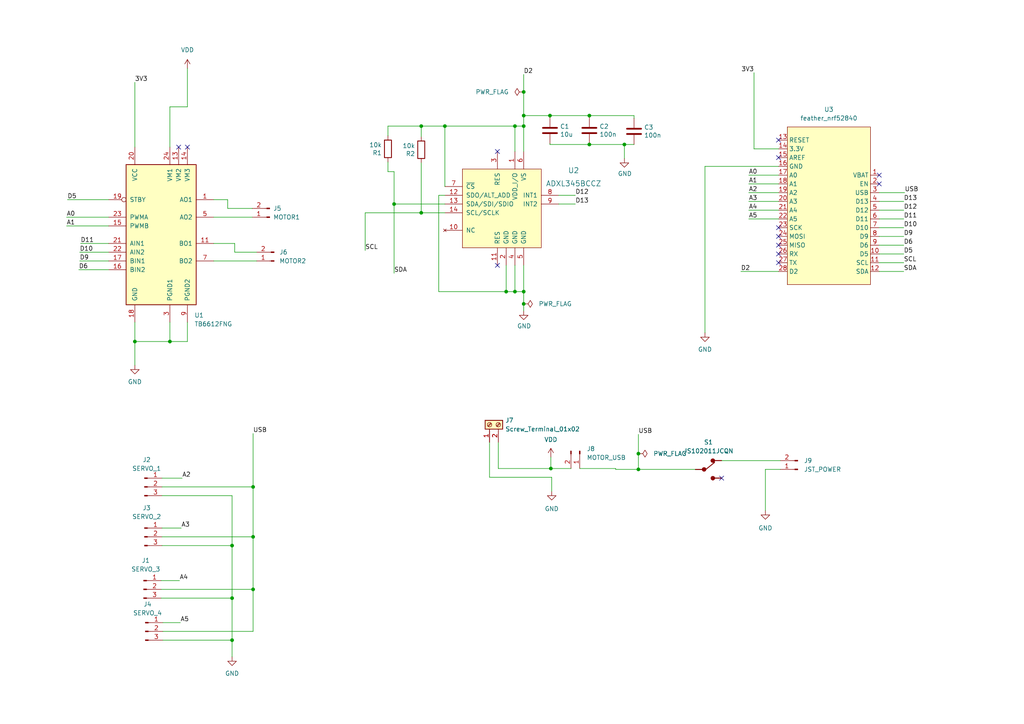
<source format=kicad_sch>
(kicad_sch (version 20211123) (generator eeschema)
  (paper "A4")
  (title_block (title "Legofruit") (date "2022-05-07") (rev "v1.0") (comment 1 "Ulf Lilleengen"))
  (lib_symbols
    (symbol "Connector:Conn_01x02_Male" (pin_names (offset 1.016) hide)
      (property "Reference" "J" (at 0 2.54 0))
      (property "Value" "Conn_01x02_Male" (at 0 -5.08 0))
      (symbol "Conn_01x02_Male_1_1"
        (polyline (pts (xy 1.27 -2.54) (xy 0.8636 -2.54)) (stroke (width 0.1524)))
        (polyline (pts (xy 1.27 0) (xy 0.8636 0)) (stroke (width 0.1524)))
        (rectangle (start 0.8636 -2.413) (end 0 -2.667) (stroke (width 0.1524)) (fill (type outline)))
        (rectangle (start 0.8636 0.127) (end 0 -0.127) (stroke (width 0.1524)) (fill (type outline)))
        (pin passive line (at 5.08 0 180) (length 3.81) (name "Pin_1") (number "1"))
        (pin passive line (at 5.08 -2.54 180) (length 3.81) (name "Pin_2") (number "2"))
      )
    )
    (symbol "Connector:Conn_01x03_Male" (pin_names (offset 1.016) hide)
      (property "Reference" "J" (at 0 5.08 0))
      (property "Value" "Conn_01x03_Male" (at 0 -5.08 0))
      (symbol "Conn_01x03_Male_1_1"
        (polyline (pts (xy 1.27 -2.54) (xy 0.8636 -2.54)) (stroke (width 0.1524)))
        (polyline (pts (xy 1.27 0) (xy 0.8636 0)) (stroke (width 0.1524)))
        (polyline (pts (xy 1.27 2.54) (xy 0.8636 2.54)) (stroke (width 0.1524)))
        (rectangle (start 0.8636 -2.413) (end 0 -2.667) (stroke (width 0.1524)) (fill (type outline)))
        (rectangle (start 0.8636 0.127) (end 0 -0.127) (stroke (width 0.1524)) (fill (type outline)))
        (rectangle (start 0.8636 2.667) (end 0 2.413) (stroke (width 0.1524)) (fill (type outline)))
        (pin passive line (at 5.08 2.54 180) (length 3.81) (name "Pin_1") (number "1"))
        (pin passive line (at 5.08 0 180) (length 3.81) (name "Pin_2") (number "2"))
        (pin passive line (at 5.08 -2.54 180) (length 3.81) (name "Pin_3") (number "3"))
      )
    )
    (symbol "Connector:Screw_Terminal_01x02" (pin_names (offset 1.016) hide)
      (property "Reference" "J" (at 0 2.54 0))
      (property "Value" "Screw_Terminal_01x02" (at 0 -5.08 0))
      (symbol "Screw_Terminal_01x02_1_1"
        (rectangle (start -1.27 1.27) (end 1.27 -3.81) (stroke (width 0.254)) (fill (type background)))
        (circle (center 0 -2.54) (radius 0.635) (stroke (width 0.1524)))
        (polyline (pts (xy -0.5334 -2.2098) (xy 0.3302 -3.048)) (stroke (width 0.1524)))
        (polyline (pts (xy -0.5334 0.3302) (xy 0.3302 -0.508)) (stroke (width 0.1524)))
        (polyline (pts (xy -0.3556 -2.032) (xy 0.508 -2.8702)) (stroke (width 0.1524)))
        (polyline (pts (xy -0.3556 0.508) (xy 0.508 -0.3302)) (stroke (width 0.1524)))
        (circle (center 0 0) (radius 0.635) (stroke (width 0.1524)))
        (pin passive line (at -5.08 0 0) (length 3.81) (name "Pin_1") (number "1"))
        (pin passive line (at -5.08 -2.54 0) (length 3.81) (name "Pin_2") (number "2"))
      )
    )
    (symbol "Device:C" (pin_numbers hide) (pin_names (offset 0.254))
      (property "Reference" "C" (at 0.635 2.54 0))
      (property "Value" "C" (at 0.635 -2.54 0))
      (symbol "C_0_1"
        (polyline (pts (xy -2.032 -0.762) (xy 2.032 -0.762)) (stroke (width 0.508)))
        (polyline (pts (xy -2.032 0.762) (xy 2.032 0.762)) (stroke (width 0.508)))
      )
      (symbol "C_1_1"
        (pin passive line (at 0 3.81 270) (length 2.794) (name "~") (number "1"))
        (pin passive line (at 0 -3.81 90) (length 2.794) (name "~") (number "2"))
      )
    )
    (symbol "Device:R" (pin_numbers hide) (pin_names (offset 0))
      (property "Reference" "R" (at 2.032 0 90))
      (property "Value" "R" (at 0 0 90))
      (symbol "R_0_1"
        (rectangle (start -1.016 -2.54) (end 1.016 2.54) (stroke (width 0.254)))
      )
      (symbol "R_1_1"
        (pin passive line (at 0 3.81 270) (length 1.27) (name "~") (number "1"))
        (pin passive line (at 0 -3.81 90) (length 1.27) (name "~") (number "2"))
      )
    )
    (symbol "Driver_Motor:TB6612FNG" (pin_names (offset 1.016))
      (property "Reference" "U" (at 11.43 17.78 0))
      (property "Value" "TB6612FNG" (at 11.43 15.24 0))
      (symbol "TB6612FNG_0_1"
        (rectangle (start -10.16 20.32) (end 10.16 -20.32) (stroke (width 0.254)) (fill (type background)))
      )
      (symbol "TB6612FNG_1_1"
        (pin output line (at 15.24 10.16 180) (length 5.08) (name "AO1") (number "1"))
        (pin passive line (at 7.62 -25.4 90) (length 5.08) hide (name "PGND2") (number "10"))
        (pin output line (at 15.24 -2.54 180) (length 5.08) (name "BO1") (number "11"))
        (pin passive line (at 15.24 -2.54 180) (length 5.08) hide (name "BO1") (number "12"))
        (pin power_in line (at 5.08 25.4 270) (length 5.08) (name "VM2") (number "13"))
        (pin power_in line (at 7.62 25.4 270) (length 5.08) (name "VM3") (number "14"))
        (pin input line (at -15.24 2.54 0) (length 5.08) (name "PWMB") (number "15"))
        (pin input line (at -15.24 -10.16 0) (length 5.08) (name "BIN2") (number "16"))
        (pin input line (at -15.24 -7.62 0) (length 5.08) (name "BIN1") (number "17"))
        (pin power_in line (at -7.62 -25.4 90) (length 5.08) (name "GND") (number "18"))
        (pin input inverted (at -15.24 10.16 0) (length 5.08) (name "STBY") (number "19"))
        (pin passive line (at 15.24 10.16 180) (length 5.08) hide (name "AO1") (number "2"))
        (pin power_in line (at -7.62 25.4 270) (length 5.08) (name "VCC") (number "20"))
        (pin input line (at -15.24 -2.54 0) (length 5.08) (name "AIN1") (number "21"))
        (pin input line (at -15.24 -5.08 0) (length 5.08) (name "AIN2") (number "22"))
        (pin input line (at -15.24 5.08 0) (length 5.08) (name "PWMA") (number "23"))
        (pin power_in line (at 2.54 25.4 270) (length 5.08) (name "VM1") (number "24"))
        (pin power_in line (at 2.54 -25.4 90) (length 5.08) (name "PGND1") (number "3"))
        (pin passive line (at 2.54 -25.4 90) (length 5.08) hide (name "PGND1") (number "4"))
        (pin output line (at 15.24 5.08 180) (length 5.08) (name "AO2") (number "5"))
        (pin passive line (at 15.24 5.08 180) (length 5.08) hide (name "AO2") (number "6"))
        (pin output line (at 15.24 -7.62 180) (length 5.08) (name "BO2") (number "7"))
        (pin passive line (at 15.24 -7.62 180) (length 5.08) hide (name "BO2") (number "8"))
        (pin power_in line (at 7.62 -25.4 90) (length 5.08) (name "PGND2") (number "9"))
      )
    )
    (symbol "dk:ADXL345BCCZ" (pin_names (offset 1.016))
      (property "Reference" "U" (at -7.62 11.43 0))
      (property "Value" "ADXL345BCCZ" (at 20.32 -20.32 0))
      (symbol "ADXL345BCCZ_0_1"
        (rectangle (start -10.16 10.16) (end 12.7 -12.7) (fill (type background)))
      )
      (symbol "ADXL345BCCZ_1_1"
        (pin power_in line (at 5.08 15.24 270) (length 5.08) (name "VDD_I/O") (number "1"))
        (pin no_connect line (at -15.24 -7.62 0) (length 5.08) (name "NC") (number "10"))
        (pin power_in line (at 0 -17.78 90) (length 5.08) (name "RES") (number "11"))
        (pin bidirectional line (at -15.24 2.54 0) (length 5.08) (name "SDO/ALT_ADD") (number "12"))
        (pin bidirectional line (at -15.24 0 0) (length 5.08) (name "SDA/SDI/SDIO") (number "13"))
        (pin bidirectional line (at -15.24 -2.54 0) (length 5.08) (name "SCL/SCLK") (number "14"))
        (pin power_in line (at 2.54 -17.78 90) (length 5.08) (name "GND") (number "2"))
        (pin power_in line (at 0 15.24 270) (length 5.08) (name "RES") (number "3"))
        (pin power_in line (at 5.08 -17.78 90) (length 5.08) (name "GND") (number "4"))
        (pin power_in line (at 7.62 -17.78 90) (length 5.08) (name "GND") (number "5"))
        (pin power_in line (at 7.62 15.24 270) (length 5.08) (name "VS") (number "6"))
        (pin input line (at -15.24 5.08 0) (length 5.08) (name "~{CS}") (number "7"))
        (pin output line (at 17.78 2.54 180) (length 5.08) (name "INT1") (number "8"))
        (pin output line (at 17.78 0 180) (length 5.08) (name "INT2") (number "9"))
      )
    )
    (symbol "feather:feather_nrf52840"
      (property "Reference" "U" (at -1.27 2.54 0))
      (property "Value" "feather_nrf52840" (at 0 1.27 0))
      (symbol "feather_nrf52840_0_1"
        (rectangle (start -11.43 0) (end 12.7 -45.72) (fill (type background)))
      )
      (symbol "feather_nrf52840_1_1"
        (pin power_in line (at 15.24 -13.97 180) (length 2.54) (name "VBAT") (number "1"))
        (pin bidirectional line (at 15.24 -36.83 180) (length 2.54) (name "D5") (number "10"))
        (pin bidirectional line (at 15.24 -39.37 180) (length 2.54) (name "SCL") (number "11"))
        (pin bidirectional line (at 15.24 -41.91 180) (length 2.54) (name "SDA") (number "12"))
        (pin input line (at -13.97 -3.81 0) (length 2.54) (name "RESET") (number "13"))
        (pin power_out line (at -13.97 -6.35 0) (length 2.54) (name "3.3V") (number "14"))
        (pin power_in line (at -13.97 -8.89 0) (length 2.54) (name "AREF") (number "15"))
        (pin power_in line (at -13.97 -11.43 0) (length 2.54) (name "GND") (number "16"))
        (pin bidirectional line (at -13.97 -13.97 0) (length 2.54) (name "A0") (number "17"))
        (pin bidirectional line (at -13.97 -16.51 0) (length 2.54) (name "A1") (number "18"))
        (pin bidirectional line (at -13.97 -19.05 0) (length 2.54) (name "A2") (number "19"))
        (pin input line (at 15.24 -16.51 180) (length 2.54) (name "EN") (number "2"))
        (pin bidirectional line (at -13.97 -21.59 0) (length 2.54) (name "A3") (number "20"))
        (pin bidirectional line (at -13.97 -24.13 0) (length 2.54) (name "A4") (number "21"))
        (pin bidirectional line (at -13.97 -26.67 0) (length 2.54) (name "A5") (number "22"))
        (pin bidirectional line (at -13.97 -29.21 0) (length 2.54) (name "SCK") (number "23"))
        (pin bidirectional line (at -13.97 -31.75 0) (length 2.54) (name "MOSI") (number "24"))
        (pin bidirectional line (at -13.97 -34.29 0) (length 2.54) (name "MISO") (number "25"))
        (pin bidirectional line (at -13.97 -36.83 0) (length 2.54) (name "RX") (number "26"))
        (pin bidirectional line (at -13.97 -39.37 0) (length 2.54) (name "TX") (number "27"))
        (pin bidirectional line (at -13.97 -41.91 0) (length 2.54) (name "D2") (number "28"))
        (pin power_in line (at 15.24 -19.05 180) (length 2.54) (name "USB") (number "3"))
        (pin bidirectional line (at 15.24 -21.59 180) (length 2.54) (name "D13") (number "4"))
        (pin bidirectional line (at 15.24 -24.13 180) (length 2.54) (name "D12") (number "5"))
        (pin bidirectional line (at 15.24 -26.67 180) (length 2.54) (name "D11") (number "6"))
        (pin bidirectional line (at 15.24 -29.21 180) (length 2.54) (name "D10") (number "7"))
        (pin bidirectional line (at 15.24 -31.75 180) (length 2.54) (name "D9") (number "8"))
        (pin bidirectional line (at 15.24 -34.29 180) (length 2.54) (name "D6") (number "9"))
      )
    )
    (symbol "power:GND" (power) (pin_names (offset 0))
      (property "Value" "GND" (at 0 -3.81 0))
      (symbol "GND_0_1"
        (polyline (pts (xy 0 0) (xy 0 -1.27) (xy 1.27 -1.27) (xy 0 -2.54) (xy -1.27 -1.27) (xy 0 -1.27)))
      )
      (symbol "GND_1_1"
        (pin power_in line (at 0 0 270) (length 0) hide (name "GND") (number "1"))
      )
    )
    (symbol "power:PWR_FLAG" (power) (pin_numbers hide) (pin_names (offset 0) hide)
      (property "Value" "PWR_FLAG" (at 0 3.81 0))
      (symbol "PWR_FLAG_0_0"
        (pin power_out line (at 0 0 90) (length 0) (name "pwr") (number "1"))
      )
      (symbol "PWR_FLAG_0_1"
        (polyline (pts (xy 0 0) (xy 0 1.27) (xy -1.016 1.905) (xy 0 2.54) (xy 1.016 1.905) (xy 0 1.27)))
      )
    )
    (symbol "power:VDD" (power) (pin_names (offset 0))
      (property "Value" "VDD" (at 0 3.81 0))
      (symbol "VDD_0_1"
        (polyline (pts (xy -0.762 1.27) (xy 0 2.54)))
        (polyline (pts (xy 0 0) (xy 0 2.54)))
        (polyline (pts (xy 0 2.54) (xy 0.762 1.27)))
      )
      (symbol "VDD_1_1"
        (pin power_in line (at 0 0 90) (length 0) hide (name "VDD") (number "1"))
      )
    )
    (symbol "spdt:JS102011JCQN" (pin_numbers hide) (pin_names (offset 1.016) hide)
      (property "Reference" "S" (at 0 5.08 0))
      (property "Value" "JS102011JCQN" (at 0 -5.08 0))
      (symbol "JS102011JCQN_0_0"
        (circle (center -2.54 -0.254) (radius 0.254) (stroke (width 0.254)))
        (circle (center -2.54 0) (radius 0.254) (stroke (width 0.254)))
        (circle (center -2.54 0) (radius 0.3556) (stroke (width 0.254)))
        (circle (center -2.54 0) (radius 0.508) (stroke (width 0.254)))
        (circle (center -0.254 2.54) (radius 0.254) (stroke (width 0.254)))
        (circle (center 0 -2.794) (radius 0.254) (stroke (width 0.254)))
        (circle (center 0 -2.54) (radius 0.254) (stroke (width 0.254)))
        (circle (center 0 -2.54) (radius 0.508) (stroke (width 0.254)))
        (polyline (pts (xy -5.08 0) (xy -2.54 0)) (stroke (width 0.254)))
        (polyline (pts (xy -2.032 0) (xy 0.508 2.032)) (stroke (width 0.254)))
        (polyline (pts (xy 0 -2.54) (xy 2.54 -2.54)) (stroke (width 0.254)))
        (polyline (pts (xy 0 2.54) (xy 2.54 2.54)) (stroke (width 0.254)))
        (circle (center 0 2.54) (radius 0.254) (stroke (width 0.254)))
        (circle (center 0 2.54) (radius 0.3556) (stroke (width 0.254)))
        (circle (center 0 2.54) (radius 0.3556) (stroke (width 0.254)))
        (circle (center 0 2.54) (radius 0.508) (stroke (width 0.254)))
        (pin passive line (at 2.54 2.54 180) (length 2.54) (name "~") (number "1"))
        (pin passive line (at -5.08 0 0) (length 2.54) (name "~") (number "2"))
        (pin passive line (at 2.54 -2.54 180) (length 2.54) (name "~") (number "3"))
      )
    )
  )
  (junction (at 129.032 36.576))
  (junction (at 149.352 36.576))
  (junction (at 114.3 59.182))
  (junction (at 39.116 99.06))
  (junction (at 151.892 36.576))
  (junction (at 122.174 61.722))
  (junction (at 181.102 41.91))
  (junction (at 122.174 36.576))
  (junction (at 73.406 141.224))
  (junction (at 151.892 33.528))
  (junction (at 159.766 135.89))
  (junction (at 49.276 99.06))
  (junction (at 185.166 131.572))
  (junction (at 151.892 26.67))
  (junction (at 170.942 33.528))
  (junction (at 73.406 170.942))
  (junction (at 151.892 88.138))
  (junction (at 73.406 155.702))
  (junction (at 67.31 158.242))
  (junction (at 67.31 185.674))
  (junction (at 159.512 33.528))
  (junction (at 67.31 173.482))
  (junction (at 185.166 136.144))
  (junction (at 151.892 84.582))
  (junction (at 170.942 41.91))
  (junction (at 146.812 84.582))
  (junction (at 149.352 84.582))
  (no_connect (at 144.272 43.942))
  (no_connect (at 51.816 42.672))
  (no_connect (at 54.356 42.672))
  (no_connect (at 209.296 138.684))
  (no_connect (at 144.272 76.962))
  (no_connect (at 225.806 45.72))
  (no_connect (at 225.806 66.04))
  (no_connect (at 255.016 53.34))
  (no_connect (at 255.016 50.8))
  (no_connect (at 225.806 40.64))
  (no_connect (at 225.806 68.58))
  (no_connect (at 225.806 71.12))
  (no_connect (at 225.806 73.66))
  (no_connect (at 225.806 76.2))
  (wire (pts (xy 217.17 55.88) (xy 225.806 55.88)))
  (wire (pts (xy 39.116 99.06) (xy 39.116 105.918)))
  (wire (pts (xy 160.02 138.43) (xy 141.986 138.43)))
  (wire (pts (xy 54.356 93.472) (xy 54.356 99.06)))
  (wire (pts (xy 47.244 185.674) (xy 67.31 185.674)))
  (wire (pts (xy 22.86 78.232) (xy 31.496 78.232)))
  (wire (pts (xy 46.736 170.942) (xy 73.406 170.942)))
  (wire (pts (xy 67.31 143.764) (xy 67.31 158.242)))
  (wire (pts (xy 61.976 62.992) (xy 73.152 62.992)))
  (wire (pts (xy 54.356 19.812) (xy 54.356 30.988)))
  (wire (pts (xy 226.314 136.144) (xy 221.996 136.144)))
  (wire (pts (xy 49.276 30.988) (xy 54.356 30.988)))
  (wire (pts (xy 151.892 76.962) (xy 151.892 84.582)))
  (wire (pts (xy 122.174 61.722) (xy 122.174 47.244)))
  (wire (pts (xy 170.942 41.91) (xy 181.102 41.91)))
  (wire (pts (xy 255.016 55.88) (xy 262.382 55.88)))
  (wire (pts (xy 112.522 49.784) (xy 112.522 46.99)))
  (wire (pts (xy 204.47 48.26) (xy 204.47 96.52)))
  (wire (pts (xy 151.892 36.576) (xy 149.352 36.576)))
  (wire (pts (xy 66.04 57.912) (xy 66.04 60.452)))
  (wire (pts (xy 217.17 63.5) (xy 225.806 63.5)))
  (wire (pts (xy 185.166 125.984) (xy 185.166 131.572)))
  (wire (pts (xy 122.174 61.722) (xy 105.918 61.722)))
  (wire (pts (xy 183.896 41.91) (xy 181.102 41.91)))
  (wire (pts (xy 19.304 65.532) (xy 31.496 65.532)))
  (wire (pts (xy 217.17 50.8) (xy 225.806 50.8)))
  (wire (pts (xy 141.986 138.43) (xy 141.986 128.27)))
  (wire (pts (xy 73.406 170.942) (xy 73.406 155.702)))
  (wire (pts (xy 255.016 66.04) (xy 262.128 66.04)))
  (wire (pts (xy 23.114 73.152) (xy 31.496 73.152)))
  (wire (pts (xy 255.016 73.66) (xy 262.128 73.66)))
  (wire (pts (xy 73.406 141.224) (xy 73.406 125.73)))
  (wire (pts (xy 129.032 56.642) (xy 127.254 56.642)))
  (wire (pts (xy 114.3 59.182) (xy 114.3 49.784)))
  (wire (pts (xy 181.102 41.91) (xy 181.102 45.974)))
  (wire (pts (xy 23.114 75.692) (xy 31.496 75.692)))
  (wire (pts (xy 217.17 60.96) (xy 225.806 60.96)))
  (wire (pts (xy 46.99 138.684) (xy 52.832 138.684)))
  (wire (pts (xy 221.996 136.144) (xy 221.996 148.082)))
  (wire (pts (xy 74.422 73.152) (xy 68.072 73.152)))
  (wire (pts (xy 129.032 61.722) (xy 122.174 61.722)))
  (wire (pts (xy 151.892 84.582) (xy 151.892 88.138)))
  (wire (pts (xy 255.016 71.12) (xy 262.128 71.12)))
  (wire (pts (xy 255.016 58.42) (xy 262.128 58.42)))
  (wire (pts (xy 39.116 23.876) (xy 39.116 42.672)))
  (wire (pts (xy 46.99 158.242) (xy 67.31 158.242)))
  (wire (pts (xy 151.892 26.67) (xy 151.892 33.528)))
  (wire (pts (xy 217.17 53.34) (xy 225.806 53.34)))
  (wire (pts (xy 151.892 21.59) (xy 151.892 26.67)))
  (wire (pts (xy 114.3 59.182) (xy 129.032 59.182)))
  (wire (pts (xy 160.02 138.43) (xy 160.02 142.494)))
  (wire (pts (xy 61.976 75.692) (xy 74.422 75.692)))
  (wire (pts (xy 170.942 33.528) (xy 170.942 34.036)))
  (wire (pts (xy 162.052 59.182) (xy 166.878 59.182)))
  (wire (pts (xy 168.148 135.89) (xy 178.562 135.89)))
  (wire (pts (xy 129.032 54.102) (xy 129.032 36.576)))
  (wire (pts (xy 149.352 76.962) (xy 149.352 84.582)))
  (wire (pts (xy 201.676 136.144) (xy 185.166 136.144)))
  (wire (pts (xy 151.892 33.528) (xy 151.892 36.576)))
  (wire (pts (xy 151.892 88.138) (xy 151.892 90.17)))
  (wire (pts (xy 144.526 135.89) (xy 159.766 135.89)))
  (wire (pts (xy 19.304 62.992) (xy 31.496 62.992)))
  (wire (pts (xy 159.512 41.91) (xy 159.512 41.656)))
  (wire (pts (xy 129.032 36.576) (xy 149.352 36.576)))
  (wire (pts (xy 149.352 84.582) (xy 151.892 84.582)))
  (wire (pts (xy 73.406 183.134) (xy 73.406 170.942)))
  (wire (pts (xy 146.812 76.962) (xy 146.812 84.582)))
  (wire (pts (xy 66.04 60.452) (xy 73.152 60.452)))
  (wire (pts (xy 46.99 153.162) (xy 52.578 153.162)))
  (wire (pts (xy 185.166 136.144) (xy 178.562 136.144)))
  (wire (pts (xy 159.512 33.528) (xy 159.512 34.036)))
  (wire (pts (xy 146.812 84.582) (xy 149.352 84.582)))
  (wire (pts (xy 170.942 33.528) (xy 183.896 33.528)))
  (wire (pts (xy 151.892 36.576) (xy 151.892 43.942)))
  (wire (pts (xy 255.016 60.96) (xy 262.128 60.96)))
  (wire (pts (xy 61.976 57.912) (xy 66.04 57.912)))
  (wire (pts (xy 23.368 70.612) (xy 31.496 70.612)))
  (wire (pts (xy 217.17 58.42) (xy 225.806 58.42)))
  (wire (pts (xy 159.512 41.91) (xy 170.942 41.91)))
  (wire (pts (xy 129.032 36.576) (xy 122.174 36.576)))
  (wire (pts (xy 49.276 99.06) (xy 39.116 99.06)))
  (wire (pts (xy 46.99 141.224) (xy 73.406 141.224)))
  (wire (pts (xy 49.276 93.472) (xy 49.276 99.06)))
  (wire (pts (xy 73.406 155.702) (xy 73.406 141.224)))
  (wire (pts (xy 105.918 61.722) (xy 105.918 72.644)))
  (wire (pts (xy 225.806 43.18) (xy 218.694 43.18)))
  (wire (pts (xy 114.3 49.784) (xy 112.522 49.784)))
  (wire (pts (xy 67.31 190.5) (xy 67.31 185.674)))
  (wire (pts (xy 112.522 36.576) (xy 112.522 39.37)))
  (wire (pts (xy 68.072 73.152) (xy 68.072 70.612)))
  (wire (pts (xy 209.296 133.604) (xy 226.314 133.604)))
  (wire (pts (xy 170.942 41.656) (xy 170.942 41.91)))
  (wire (pts (xy 255.016 78.74) (xy 262.128 78.74)))
  (wire (pts (xy 162.052 56.642) (xy 166.878 56.642)))
  (wire (pts (xy 46.99 155.702) (xy 73.406 155.702)))
  (wire (pts (xy 185.166 131.572) (xy 185.166 136.144)))
  (wire (pts (xy 46.736 173.482) (xy 67.31 173.482)))
  (wire (pts (xy 46.99 143.764) (xy 67.31 143.764)))
  (wire (pts (xy 46.736 168.402) (xy 52.07 168.402)))
  (wire (pts (xy 151.892 33.528) (xy 159.512 33.528)))
  (wire (pts (xy 225.806 48.26) (xy 204.47 48.26)))
  (wire (pts (xy 183.896 33.528) (xy 183.896 34.29)))
  (wire (pts (xy 67.31 173.482) (xy 67.31 185.674)))
  (wire (pts (xy 122.174 36.576) (xy 112.522 36.576)))
  (wire (pts (xy 178.562 136.144) (xy 178.562 135.89)))
  (wire (pts (xy 67.31 158.242) (xy 67.31 173.482)))
  (wire (pts (xy 122.174 36.576) (xy 122.174 39.624)))
  (wire (pts (xy 214.884 78.74) (xy 225.806 78.74)))
  (wire (pts (xy 218.694 43.18) (xy 218.694 21.082)))
  (wire (pts (xy 54.356 99.06) (xy 49.276 99.06)))
  (wire (pts (xy 149.352 36.576) (xy 149.352 43.942)))
  (wire (pts (xy 255.016 63.5) (xy 262.128 63.5)))
  (wire (pts (xy 19.558 57.912) (xy 31.496 57.912)))
  (wire (pts (xy 47.244 180.594) (xy 52.324 180.594)))
  (wire (pts (xy 144.526 128.27) (xy 144.526 135.89)))
  (wire (pts (xy 114.3 79.248) (xy 114.3 59.182)))
  (wire (pts (xy 68.072 70.612) (xy 61.976 70.612)))
  (wire (pts (xy 255.016 76.2) (xy 262.128 76.2)))
  (wire (pts (xy 127.254 84.582) (xy 146.812 84.582)))
  (wire (pts (xy 159.766 132.588) (xy 159.766 135.89)))
  (wire (pts (xy 159.766 135.89) (xy 165.608 135.89)))
  (wire (pts (xy 47.244 183.134) (xy 73.406 183.134)))
  (wire (pts (xy 49.276 30.988) (xy 49.276 42.672)))
  (wire (pts (xy 159.512 33.528) (xy 170.942 33.528)))
  (wire (pts (xy 255.016 68.58) (xy 262.128 68.58)))
  (wire (pts (xy 127.254 56.642) (xy 127.254 84.582)))
  (wire (pts (xy 39.116 93.472) (xy 39.116 99.06)))
  (label "D13" (at 166.878 59.182 0))
  (label "D5" (at 262.128 73.66 0))
  (label "A4" (at 52.07 168.402 0))
  (label "3V3" (at 39.116 23.876 0))
  (label "A5" (at 52.324 180.594 0))
  (label "D13" (at 262.128 58.42 0))
  (label "D2" (at 151.892 21.59 0))
  (label "USB" (at 262.382 55.88 0))
  (label "USB" (at 73.406 125.73 0))
  (label "A2" (at 52.832 138.684 0))
  (label "SDA" (at 262.128 78.74 0))
  (label "D11" (at 23.368 70.612 0))
  (label "A1" (at 19.304 65.532 0))
  (label "A1" (at 217.17 53.34 0))
  (label "D5" (at 19.558 57.912 0))
  (label "SCL" (at 262.128 76.2 0))
  (label "SCL" (at 105.918 72.644 0))
  (label "A4" (at 217.17 60.96 0))
  (label "D6" (at 262.128 71.12 0))
  (label "3V3" (at 218.694 21.082 180))
  (label "A3" (at 52.578 153.162 0))
  (label "D10" (at 262.128 66.04 0))
  (label "A2" (at 217.17 55.88 0))
  (label "D2" (at 214.884 78.74 0))
  (label "D9" (at 262.128 68.58 0))
  (label "USB" (at 185.166 125.984 0))
  (label "A0" (at 217.17 50.8 0))
  (label "D9" (at 23.114 75.692 0))
  (label "D10" (at 23.114 73.152 0))
  (label "A3" (at 217.17 58.42 0))
  (label "D11" (at 262.128 63.5 0))
  (label "A0" (at 19.304 62.992 0))
  (label "D12" (at 166.878 56.642 0))
  (label "SDA" (at 114.3 79.248 0))
  (label "A5" (at 217.17 63.5 0))
  (label "D12" (at 262.128 60.96 0))
  (label "D6" (at 22.86 78.232 0))
  (symbol (lib_id "Connector:Conn_01x03_Male") (at 41.656 170.942 0) (unit 1)
    (property "Reference" "J1" (at 42.291 162.56 0))
    (property "Value" "SERVO_3" (at 42.291 165.1 0))
    (property "Footprint" "Connector_PinHeader_2.54mm:PinHeader_1x03_P2.54mm_Vertical_SMD_Pin1Left" (effects hide))
  )
  (symbol (lib_id "power:PWR_FLAG") (at 151.892 26.67 90) (unit 1)
    (property "Reference" "#FLG01" (effects hide))
    (property "Value" "PWR_FLAG" (at 147.574 26.6699 90) (effects (justify left)))
  )
  (symbol (lib_id "power:GND") (at 221.996 148.082 0) (unit 1)
    (property "Reference" "#PWR05" (effects hide))
    (property "Value" "GND" (at 221.996 153.162 0))
  )
  (symbol (lib_id "power:PWR_FLAG") (at 185.166 131.572 270) (unit 1)
    (property "Reference" "#FLG0102" (effects hide))
    (property "Value" "PWR_FLAG" (at 189.484 131.5719 90) (effects (justify left)))
  )
  (symbol (lib_id "power:GND") (at 39.116 105.918 0) (unit 1)
    (property "Reference" "#PWR0101" (effects hide))
    (property "Value" "GND" (at 39.116 110.744 0))
  )
  (symbol (lib_id "Driver_Motor:TB6612FNG") (at 46.736 68.072 0) (unit 1)
    (property "Reference" "U1" (at 56.3754 91.44 0) (effects (justify left)))
    (property "Value" "TB6612FNG" (at 56.3754 93.98 0) (effects (justify left)))
    (property "Footprint" "lego:sparkfun_motor" (effects hide))
    (property "Datasheet" "https://toshiba.semicon-storage.com/us/product/linear/motordriver/detail.TB6612FNG.html" (effects hide))
  )
  (symbol (lib_id "power:PWR_FLAG") (at 151.892 88.138 270) (unit 1)
    (property "Reference" "#FLG0101" (effects hide))
    (property "Value" "PWR_FLAG" (at 156.21 88.1379 90) (effects (justify left)))
  )
  (symbol (lib_id "dk:ADXL345BCCZ") (at 144.272 59.182 0) (unit 1)
    (property "Reference" "U2" (at 166.37 49.4283 0) (effects (font (size 1.524 1.524))))
    (property "Value" "ADXL345BCCZ" (at 166.37 53.2383 0) (effects (font (size 1.524 1.524))))
    (property "Footprint" "dk:LGA-14_3x5mm_RevA" (effects hide))
    (property "Datasheet" "https://www.analog.com/media/en/technical-documentation/data-sheets/ADXL345.pdf" (effects hide))
    (property "Digi-Key_PN" "ADXL345BCCZ-ND" (effects hide))
    (property "MPN" "ADXL345BCCZ" (effects hide))
    (property "Category" "Sensors, Transducers" (effects hide))
    (property "Family" "Motion Sensors - Accelerometers" (effects hide))
    (property "DK_Datasheet_Link" "https://www.analog.com/media/en/technical-documentation/data-sheets/ADXL345.pdf" (effects hide))
    (property "DK_Detail_Page" "/product-detail/en/analog-devices-inc/ADXL345BCCZ/ADXL345BCCZ-ND/2034829" (effects hide))
    (property "Description" "ACCEL 2-16G I2C/SPI 14LGA" (effects hide))
    (property "Manufacturer" "Analog Devices Inc." (effects hide))
    (property "Status" "Active" (effects hide))
  )
  (symbol (lib_id "Connector:Conn_01x03_Male") (at 42.164 183.134 0) (unit 1)
    (property "Reference" "J4" (at 42.799 175.26 0))
    (property "Value" "SERVO_4" (at 42.799 177.8 0))
    (property "Footprint" "Connector_PinHeader_2.54mm:PinHeader_1x03_P2.54mm_Vertical_SMD_Pin1Left" (effects hide))
  )
  (symbol (lib_id "power:GND") (at 151.892 90.17 0) (unit 1)
    (property "Reference" "#PWR03" (effects hide))
    (property "Value" "GND" (at 152.019 94.5642 0))
  )
  (symbol (lib_id "power:GND") (at 67.31 190.5 0) (unit 1)
    (property "Reference" "#PWR02" (effects hide))
    (property "Value" "GND" (at 67.31 195.326 0))
  )
  (symbol (lib_id "Device:C") (at 159.512 37.846 0) (unit 1)
    (property "Reference" "C1" (at 162.433 36.6776 0) (effects (justify left)))
    (property "Value" "10u" (at 162.433 38.989 0) (effects (justify left)))
    (property "Footprint" "Capacitor_SMD:C_0805_2012Metric" (effects hide))
    (property "Url" "https://www.digikey.no/en/products/detail/samsung-electro-mechanics/CL05A106MP8NUB8/5961314" (effects hide))
    (property "MPN" "CL21A106KAYNNNE" (effects hide))
    (property "Manufacturer" "Samsung Electro-Mechanics" (effects hide))
    (property "AISLER_MPN" "CL21A106KAYNNNE" (effects hide))
    (property "Digi-Key_PN" "1276-2891-2-ND" (effects hide))
  )
  (symbol (lib_id "Device:R") (at 112.522 43.18 180) (unit 1)
    (property "Reference" "R1" (at 110.744 44.3484 0) (effects (justify left)))
    (property "Value" "10k" (at 110.744 42.037 0) (effects (justify left)))
    (property "Footprint" "Resistor_SMD:R_0805_2012Metric" (effects hide))
    (property "Digikey" "https://www.digikey.no/en/products/detail/panasonic-electronic-components/ERJ-3GEYJ103V/135662" (effects hide))
    (property "Manufacturer" "Stackpole Electronics Inc" (effects hide))
    (property "MPN" "RMCF0805FT10K0" (effects hide))
    (property "AISLER_MPN" "RMCF0805FT10K0" (effects hide))
    (property "Digi-Key_PN" "RMCF0805FT10K0TR-ND" (effects hide))
  )
  (symbol (lib_id "Connector:Screw_Terminal_01x02") (at 141.986 123.19 90) (unit 1)
    (property "Reference" "J7" (at 146.558 121.9199 90) (effects (justify right)))
    (property "Value" "Screw_Terminal_01x02" (at 146.558 124.4599 90) (effects (justify right)))
    (property "Footprint" "TerminalBlock_Phoenix:TerminalBlock_Phoenix_MKDS-1,5-2_1x02_P5.00mm_Horizontal" (effects hide))
  )
  (symbol (lib_id "spdt:JS102011JCQN") (at 206.756 136.144 0) (unit 1)
    (property "Reference" "S1" (at 205.486 128.27 0))
    (property "Value" "JS102011JCQN" (at 205.486 130.81 0))
    (property "Footprint" "spdt:SW_JS102011JCQN" (effects hide))
    (property "Manufacturer" "C&K" (effects hide))
    (property "PARTREV" "29 JUN 2016" (effects hide))
    (property "STANDARD" "MANUFACTURER RECOMMENDATIONS" (effects hide))
    (property "Digi-Key_PB" "CKN10721TR-ND" (effects hide))
    (property "MPN" "JS102011JCQN" (effects hide))
  )
  (symbol (lib_id "Device:C") (at 170.942 37.846 0) (unit 1)
    (property "Reference" "C2" (at 173.863 36.6776 0) (effects (justify left)))
    (property "Value" "100n" (at 173.863 38.989 0) (effects (justify left)))
    (property "Footprint" "Capacitor_SMD:C_0805_2012Metric" (effects hide))
    (property "Url" "https://www.digikey.no/en/products/detail/samsung-electro-mechanics/CL05B104KO5NNNC/3886659" (effects hide))
    (property "MPN" "CL21B104KBCNNNC" (effects hide))
    (property "Manufacturer" "Samsung Electro-Mechanics" (effects hide))
    (property "AISLER_MPN" "CL21B104KBCNNNC" (effects hide))
    (property "Digi-Key_PN" "1276-1003-2-ND" (effects hide))
  )
  (symbol (lib_id "Connector:Conn_01x02_Male") (at 168.148 130.81 270) (unit 1)
    (property "Reference" "J8" (at 170.18 130.1749 90) (effects (justify left)))
    (property "Value" "MOTOR_USB" (at 170.18 132.7149 90) (effects (justify left)))
    (property "Footprint" "Connector_PinHeader_2.54mm:PinHeader_1x02_P2.54mm_Vertical_SMD_Pin1Left" (effects hide))
  )
  (symbol (lib_id "power:GND") (at 204.47 96.52 0) (unit 1)
    (property "Reference" "#PWR07" (effects hide))
    (property "Value" "GND" (at 204.47 101.346 0))
  )
  (symbol (lib_id "power:GND") (at 160.02 142.494 0) (unit 1)
    (property "Reference" "#PWR0102" (effects hide))
    (property "Value" "GND" (at 160.02 147.574 0))
  )
  (symbol (lib_id "Device:C") (at 183.896 38.1 0) (unit 1)
    (property "Reference" "C3" (at 186.817 36.9316 0) (effects (justify left)))
    (property "Value" "100n" (at 186.817 39.243 0) (effects (justify left)))
    (property "Footprint" "Capacitor_SMD:C_0805_2012Metric" (effects hide))
    (property "Url" "https://www.digikey.no/en/products/detail/samsung-electro-mechanics/CL05B104KO5NNNC/3886659" (effects hide))
    (property "MPN" "CL21B104KBCNNNC" (effects hide))
    (property "Manufacturer" "Samsung Electro-Mechanics" (effects hide))
    (property "AISLER_MPN" "CL21B104KBCNNNC" (effects hide))
    (property "Digi-Key_PN" "1276-1003-2-ND" (effects hide))
  )
  (symbol (lib_id "power:VDD") (at 54.356 19.812 0) (unit 1)
    (property "Reference" "#PWR01" (effects hide))
    (property "Value" "VDD" (at 54.356 14.478 0))
  )
  (symbol (lib_id "power:VDD") (at 159.766 132.588 0) (unit 1)
    (property "Reference" "#PWR04" (effects hide))
    (property "Value" "VDD" (at 159.766 127.508 0))
  )
  (symbol (lib_id "Connector:Conn_01x03_Male") (at 41.91 141.224 0) (unit 1)
    (property "Reference" "J2" (at 42.545 133.35 0))
    (property "Value" "SERVO_1" (at 42.545 135.89 0))
    (property "Footprint" "Connector_PinHeader_2.54mm:PinHeader_1x03_P2.54mm_Vertical_SMD_Pin1Left" (effects hide))
  )
  (symbol (lib_id "Connector:Conn_01x02_Male") (at 79.502 75.692 180) (unit 1)
    (property "Reference" "J6" (at 81.026 73.1519 0) (effects (justify right)))
    (property "Value" "MOTOR2" (at 81.026 75.6919 0) (effects (justify right)))
    (property "Footprint" "Connector_PinHeader_2.54mm:PinHeader_1x02_P2.54mm_Vertical_SMD_Pin1Left" (effects hide))
  )
  (symbol (lib_id "feather:feather_nrf52840") (at 239.776 36.83 0) (unit 1)
    (property "Reference" "U3" (at 240.411 31.75 0))
    (property "Value" "feather_nrf52840" (at 240.411 34.29 0))
    (property "Footprint" "lego:feather_header_smd" (effects hide))
    (property "Url" "https://www.digikey.no/no/products/detail/sullins-connector-solutions/NPTC121KFXC-RC/776062" (effects hide))
  )
  (symbol (lib_id "Connector:Conn_01x02_Male") (at 231.394 136.144 180) (unit 1)
    (property "Reference" "J9" (at 233.172 133.6039 0) (effects (justify right)))
    (property "Value" "JST_POWER" (at 233.172 136.1439 0) (effects (justify right)))
    (property "Footprint" "Connector_JST:JST_SH_BM02B-SRSS-TB_1x02-1MP_P1.00mm_Vertical" (effects hide))
    (property "MPN" "BM02B-SRSS-TBT(LF)(SN)" (effects hide))
    (property "Digi-Key_PN" "455-2955-2-ND" (effects hide))
  )
  (symbol (lib_id "Connector:Conn_01x02_Male") (at 78.232 62.992 180) (unit 1)
    (property "Reference" "J5" (at 79.248 60.4519 0) (effects (justify right)))
    (property "Value" "MOTOR1" (at 79.248 62.9919 0) (effects (justify right)))
    (property "Footprint" "Connector_PinHeader_2.54mm:PinHeader_1x02_P2.54mm_Vertical_SMD_Pin1Left" (effects hide))
  )
  (symbol (lib_id "power:GND") (at 181.102 45.974 0) (unit 1)
    (property "Reference" "#PWR06" (effects hide))
    (property "Value" "GND" (at 181.229 50.3682 0))
  )
  (symbol (lib_id "Connector:Conn_01x03_Male") (at 41.91 155.702 0) (unit 1)
    (property "Reference" "J3" (at 42.545 147.32 0))
    (property "Value" "SERVO_2" (at 42.545 149.86 0))
    (property "Footprint" "Connector_PinHeader_2.54mm:PinHeader_1x03_P2.54mm_Vertical_SMD_Pin1Left" (effects hide))
  )
  (symbol (lib_id "Device:R") (at 122.174 43.434 180) (unit 1)
    (property "Reference" "R2" (at 120.396 44.6024 0) (effects (justify left)))
    (property "Value" "10k" (at 120.396 42.291 0) (effects (justify left)))
    (property "Footprint" "Resistor_SMD:R_0805_2012Metric" (effects hide))
    (property "Digikey" "https://www.digikey.no/en/products/detail/panasonic-electronic-components/ERJ-3GEYJ103V/135662" (effects hide))
    (property "Manufacturer" "Stackpole Electronics Inc" (effects hide))
    (property "MPN" "RMCF0805FT10K0" (effects hide))
    (property "AISLER_MPN" "RMCF0805FT10K0" (effects hide))
    (property "Digi-Key_PN" "RMCF0805FT10K0TR-ND" (effects hide))
  )
)
</source>
